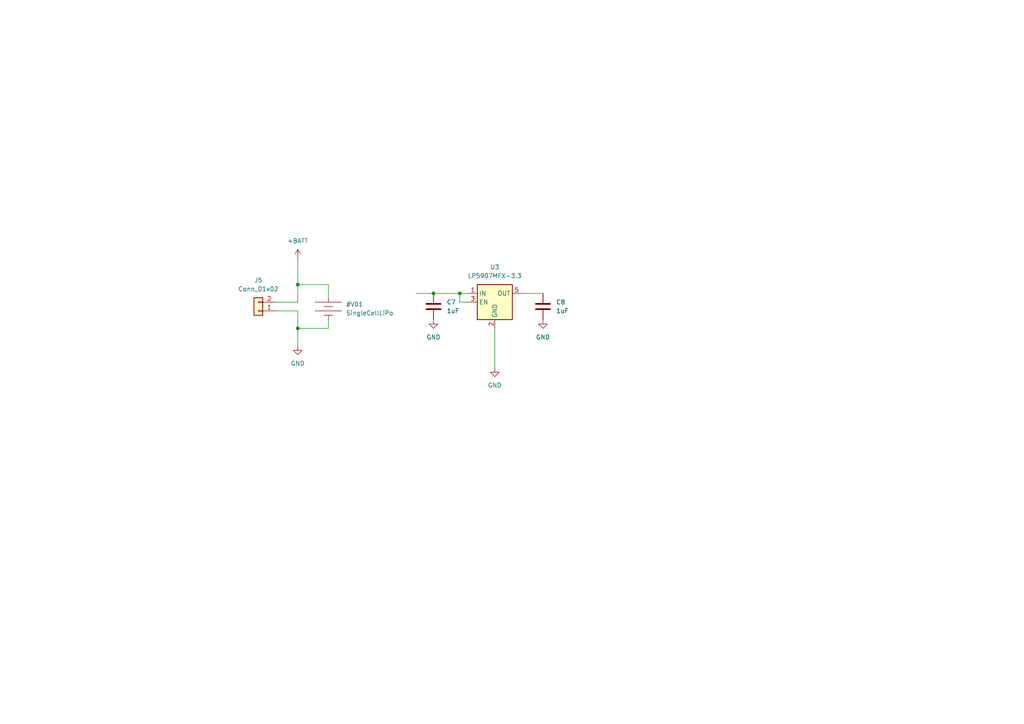
<source format=kicad_sch>
(kicad_sch (version 20230121) (generator eeschema)
  (paper "A4")
  (lib_symbols
    (symbol "Connector_Generic:Conn_01x02" (pin_names (offset 1.016) hide)
      (property "Reference" "J" (at 0 2.54 0))
      (property "Value" "Conn_01x02" (at 0 -5.08 0))
      (symbol "Conn_01x02_1_1"
        (rectangle (start -1.27 -2.413) (end 0 -2.667) (stroke (width 0.1524)))
        (rectangle (start -1.27 0.127) (end 0 -0.127) (stroke (width 0.1524)))
        (rectangle (start -1.27 1.27) (end 1.27 -3.81) (stroke (width 0.254)) (fill (type background)))
        (pin passive line (at -5.08 0 0) (length 3.81) (name "Pin_1") (number "1"))
        (pin passive line (at -5.08 -2.54 0) (length 3.81) (name "Pin_2") (number "2"))
      )
    )
    (symbol "Device:C" (pin_numbers hide) (pin_names (offset 0.254))
      (property "Reference" "C" (at 0.635 2.54 0))
      (property "Value" "C" (at 0.635 -2.54 0))
      (symbol "C_0_1"
        (polyline (pts (xy -2.032 -0.762) (xy 2.032 -0.762)) (stroke (width 0.508)))
        (polyline (pts (xy -2.032 0.762) (xy 2.032 0.762)) (stroke (width 0.508)))
      )
      (symbol "C_1_1"
        (pin passive line (at 0 3.81 270) (length 2.794) (name "~") (number "1"))
        (pin passive line (at 0 -3.81 90) (length 2.794) (name "~") (number "2"))
      )
    )
    (symbol "Regulator_Linear:LP5907MFX-3.3"
      (property "Reference" "U" (at -3.81 6.35 0))
      (property "Value" "LP5907MFX-3.3" (at 6.35 6.35 0))
      (symbol "LP5907MFX-3.3_0_1"
        (rectangle (start -5.08 -5.08) (end 5.08 5.08) (stroke (width 0.254)) (fill (type background)))
        (pin power_in line (at -7.62 2.54 0) (length 2.54) (name "IN") (number "1"))
        (pin power_in line (at 0 -7.62 90) (length 2.54) (name "GND") (number "2"))
        (pin input line (at -7.62 0 0) (length 2.54) (name "EN") (number "3"))
        (pin no_connect line (at 5.08 0 180) (length 2.54) hide (name "NC") (number "4"))
        (pin power_out line (at 7.62 2.54 180) (length 2.54) (name "OUT") (number "5"))
      )
    )
    (symbol "minimouse:SingleCellLiPo" (power) (pin_numbers hide) (pin_names hide) (in_bom no) (on_board no)
      (property "Reference" "V" (at 1.8796 0.3048 0))
      (property "Value" "SingleCellLiPo" (at -11.43 1.27 0))
      (symbol "SingleCellLiPo_0_1"
        (polyline (pts (xy -3.81 0) (xy 3.81 0)))
        (polyline (pts (xy -3.81 2.54) (xy 3.81 2.54)))
        (polyline (pts (xy -1.27 -1.27) (xy 1.27 -1.27)))
        (polyline (pts (xy -1.27 1.27) (xy 1.27 1.27)))
      )
      (symbol "SingleCellLiPo_1_1"
        (pin power_out line (at 0 -2.54 90) (length 1.27) (name "+") (number ""))
        (pin power_out line (at 0 3.81 270) (length 1.27) (name "+") (number ""))
      )
    )
    (symbol "power:+BATT" (power) (pin_names (offset 0))
      (property "Value" "+BATT" (at 0 3.556 0))
      (symbol "+BATT_0_1"
        (polyline (pts (xy -0.762 1.27) (xy 0 2.54)))
        (polyline (pts (xy 0 0) (xy 0 2.54)))
        (polyline (pts (xy 0 2.54) (xy 0.762 1.27)))
      )
      (symbol "+BATT_1_1"
        (pin power_in line (at 0 0 90) (length 0) hide (name "+BATT") (number "1"))
      )
    )
    (symbol "power:GND" (power) (pin_names (offset 0))
      (property "Value" "GND" (at 0 -3.81 0))
      (symbol "GND_0_1"
        (polyline (pts (xy 0 0) (xy 0 -1.27) (xy 1.27 -1.27) (xy 0 -2.54) (xy -1.27 -1.27) (xy 0 -1.27)))
      )
      (symbol "GND_1_1"
        (pin power_in line (at 0 0 270) (length 0) hide (name "GND") (number "1"))
      )
    )
  )
  (junction (at 86.36 82.55))
  (junction (at 125.73 85.09))
  (junction (at 86.36 95.25))
  (junction (at 133.35 85.09))
  (wire (pts (xy 86.36 90.17) (xy 86.36 95.25)))
  (wire (pts (xy 120.65 85.09) (xy 125.73 85.09)))
  (wire (pts (xy 95.25 82.55) (xy 86.36 82.55)))
  (wire (pts (xy 86.36 74.93) (xy 86.36 82.55)))
  (wire (pts (xy 95.25 86.36) (xy 95.25 82.55)))
  (wire (pts (xy 125.73 85.09) (xy 133.35 85.09)))
  (wire (pts (xy 95.25 92.71) (xy 95.25 95.25)))
  (wire (pts (xy 133.35 87.63) (xy 133.35 85.09)))
  (wire (pts (xy 80.01 87.63) (xy 86.36 87.63)))
  (wire (pts (xy 86.36 95.25) (xy 86.36 100.33)))
  (wire (pts (xy 95.25 95.25) (xy 86.36 95.25)))
  (wire (pts (xy 86.36 82.55) (xy 86.36 87.63)))
  (wire (pts (xy 151.13 85.09) (xy 157.48 85.09)))
  (wire (pts (xy 135.89 87.63) (xy 133.35 87.63)))
  (wire (pts (xy 133.35 85.09) (xy 135.89 85.09)))
  (wire (pts (xy 80.01 90.17) (xy 86.36 90.17)))
  (wire (pts (xy 143.51 95.25) (xy 143.51 106.68)))
  (symbol (lib_id "power:+BATT") (at 86.36 74.93 0) (unit 1)
    (property "Reference" "#PWR036" (effects hide))
    (property "Value" "+BATT" (at 86.36 69.85 0))
  )
  (symbol (lib_id "minimouse:SingleCellLiPo") (at 95.25 90.17 0) (unit 1) (in_bom no) (on_board no)
    (property "Reference" "#V01" (at 100.33 88.265 0) (effects (justify left)))
    (property "Value" "SingleCellLiPo" (at 100.33 90.805 0) (effects (justify left)))
  )
  (symbol (lib_id "Regulator_Linear:LP5907MFX-3.3") (at 143.51 87.63 0) (unit 1)
    (property "Reference" "U3" (at 143.51 77.47 0))
    (property "Value" "LP5907MFX-3.3" (at 143.51 80.01 0))
    (property "Footprint" "Package_TO_SOT_SMD:SOT-23-5" (effects hide))
    (property "Datasheet" "http://www.ti.com/lit/ds/symlink/lp5907.pdf" (effects hide))
  )
  (symbol (lib_id "Device:C") (at 125.73 88.9 0) (unit 1)
    (property "Reference" "C7" (at 129.54 87.63 0) (effects (justify left)))
    (property "Value" "1uF" (at 129.54 90.17 0) (effects (justify left)))
  )
  (symbol (lib_id "power:GND") (at 143.51 106.68 0) (unit 1)
    (property "Reference" "#PWR020" (effects hide))
    (property "Value" "GND" (at 143.51 111.76 0))
  )
  (symbol (lib_id "power:GND") (at 125.73 92.71 0) (unit 1)
    (property "Reference" "#PWR019" (effects hide))
    (property "Value" "GND" (at 125.73 97.79 0))
  )
  (symbol (lib_id "power:GND") (at 157.48 92.71 0) (unit 1)
    (property "Reference" "#PWR021" (effects hide))
    (property "Value" "GND" (at 157.48 97.79 0))
  )
  (symbol (lib_id "Device:C") (at 157.48 88.9 0) (unit 1)
    (property "Reference" "C8" (at 161.29 87.63 0) (effects (justify left)))
    (property "Value" "1uF" (at 161.29 90.17 0) (effects (justify left)))
  )
  (symbol (lib_id "Connector_Generic:Conn_01x02") (at 74.93 90.17 180) (unit 1)
    (property "Reference" "J5" (at 74.93 81.28 0))
    (property "Value" "Conn_01x02" (at 74.93 83.82 0))
    (property "Footprint" "Connector_PinHeader_2.54mm:PinHeader_1x02_P2.54mm_Vertical" (effects hide))
  )
  (symbol (lib_id "power:GND") (at 86.36 100.33 0) (unit 1)
    (property "Reference" "#PWR037" (effects hide))
    (property "Value" "GND" (at 86.36 105.41 0))
  )
)
</source>
